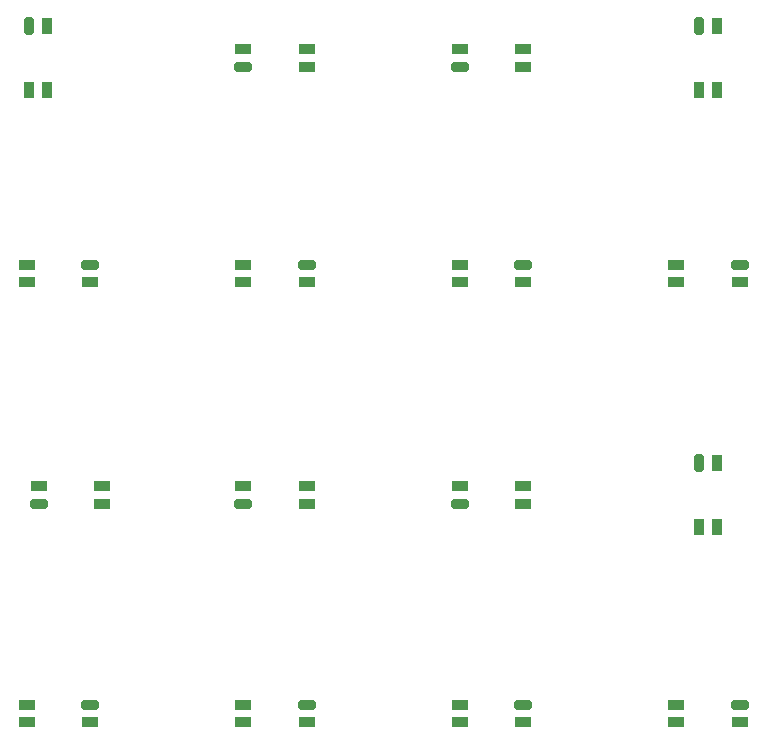
<source format=gbr>
%TF.GenerationSoftware,KiCad,Pcbnew,9.0.2*%
%TF.CreationDate,2025-06-22T22:22:16+03:00*%
%TF.ProjectId,macropad,6d616372-6f70-4616-942e-6b696361645f,rev?*%
%TF.SameCoordinates,Original*%
%TF.FileFunction,Paste,Top*%
%TF.FilePolarity,Positive*%
%FSLAX46Y46*%
G04 Gerber Fmt 4.6, Leading zero omitted, Abs format (unit mm)*
G04 Created by KiCad (PCBNEW 9.0.2) date 2025-06-22 22:22:16*
%MOMM*%
%LPD*%
G01*
G04 APERTURE LIST*
G04 Aperture macros list*
%AMRoundRect*
0 Rectangle with rounded corners*
0 $1 Rounding radius*
0 $2 $3 $4 $5 $6 $7 $8 $9 X,Y pos of 4 corners*
0 Add a 4 corners polygon primitive as box body*
4,1,4,$2,$3,$4,$5,$6,$7,$8,$9,$2,$3,0*
0 Add four circle primitives for the rounded corners*
1,1,$1+$1,$2,$3*
1,1,$1+$1,$4,$5*
1,1,$1+$1,$6,$7*
1,1,$1+$1,$8,$9*
0 Add four rect primitives between the rounded corners*
20,1,$1+$1,$2,$3,$4,$5,0*
20,1,$1+$1,$4,$5,$6,$7,0*
20,1,$1+$1,$6,$7,$8,$9,0*
20,1,$1+$1,$8,$9,$2,$3,0*%
G04 Aperture macros list end*
%ADD10R,1.450000X0.820000*%
%ADD11RoundRect,0.205000X-0.520000X-0.205000X0.520000X-0.205000X0.520000X0.205000X-0.520000X0.205000X0*%
%ADD12RoundRect,0.205000X0.520000X0.205000X-0.520000X0.205000X-0.520000X-0.205000X0.520000X-0.205000X0*%
%ADD13R,0.820000X1.450000*%
%ADD14RoundRect,0.205000X0.205000X-0.520000X0.205000X0.520000X-0.205000X0.520000X-0.205000X-0.520000X0*%
G04 APERTURE END LIST*
D10*
%TO.C,D24*%
X158658333Y-140000000D03*
X158658333Y-138500000D03*
D11*
X164008333Y-138500000D03*
D10*
X164008333Y-140000000D03*
%TD*%
%TO.C,D15*%
X176991667Y-102750000D03*
X176991667Y-101250000D03*
D11*
X182341667Y-101250000D03*
D10*
X182341667Y-102750000D03*
%TD*%
%TO.C,D11*%
X164008333Y-83000000D03*
X164008333Y-84500000D03*
D12*
X158658333Y-84500000D03*
D10*
X158658333Y-83000000D03*
%TD*%
%TO.C,D25*%
X140325000Y-140000000D03*
X140325000Y-138500000D03*
D11*
X145675000Y-138500000D03*
D10*
X145675000Y-140000000D03*
%TD*%
%TO.C,D19*%
X164008333Y-120000000D03*
X164008333Y-121500000D03*
D12*
X158658333Y-121500000D03*
D10*
X158658333Y-120000000D03*
%TD*%
%TO.C,D22*%
X195325000Y-140000000D03*
X195325000Y-138500000D03*
D11*
X200675000Y-138500000D03*
D10*
X200675000Y-140000000D03*
%TD*%
%TO.C,D20*%
X182341667Y-120000000D03*
X182341667Y-121500000D03*
D12*
X176991667Y-121500000D03*
D10*
X176991667Y-120000000D03*
%TD*%
%TO.C,D18*%
X146675000Y-120000000D03*
X146675000Y-121500000D03*
D12*
X141325000Y-121500000D03*
D10*
X141325000Y-120000000D03*
%TD*%
%TO.C,D12*%
X182341667Y-83000000D03*
X182341667Y-84500000D03*
D12*
X176991667Y-84500000D03*
D10*
X176991667Y-83000000D03*
%TD*%
D13*
%TO.C,D10*%
X142000000Y-86425000D03*
X140500000Y-86425000D03*
D14*
X140500000Y-81075000D03*
D13*
X142000000Y-81075000D03*
%TD*%
D10*
%TO.C,D23*%
X176991667Y-140000000D03*
X176991667Y-138500000D03*
D11*
X182341667Y-138500000D03*
D10*
X182341667Y-140000000D03*
%TD*%
D13*
%TO.C,D21*%
X198750000Y-123425000D03*
X197250000Y-123425000D03*
D14*
X197250000Y-118075000D03*
D13*
X198750000Y-118075000D03*
%TD*%
D10*
%TO.C,D14*%
X195325000Y-102750000D03*
X195325000Y-101250000D03*
D11*
X200675000Y-101250000D03*
D10*
X200675000Y-102750000D03*
%TD*%
%TO.C,D17*%
X140325000Y-102750000D03*
X140325000Y-101250000D03*
D11*
X145675000Y-101250000D03*
D10*
X145675000Y-102750000D03*
%TD*%
%TO.C,D16*%
X158658333Y-102750000D03*
X158658333Y-101250000D03*
D11*
X164008333Y-101250000D03*
D10*
X164008333Y-102750000D03*
%TD*%
D13*
%TO.C,D13*%
X198750000Y-86425000D03*
X197250000Y-86425000D03*
D14*
X197250000Y-81075000D03*
D13*
X198750000Y-81075000D03*
%TD*%
M02*

</source>
